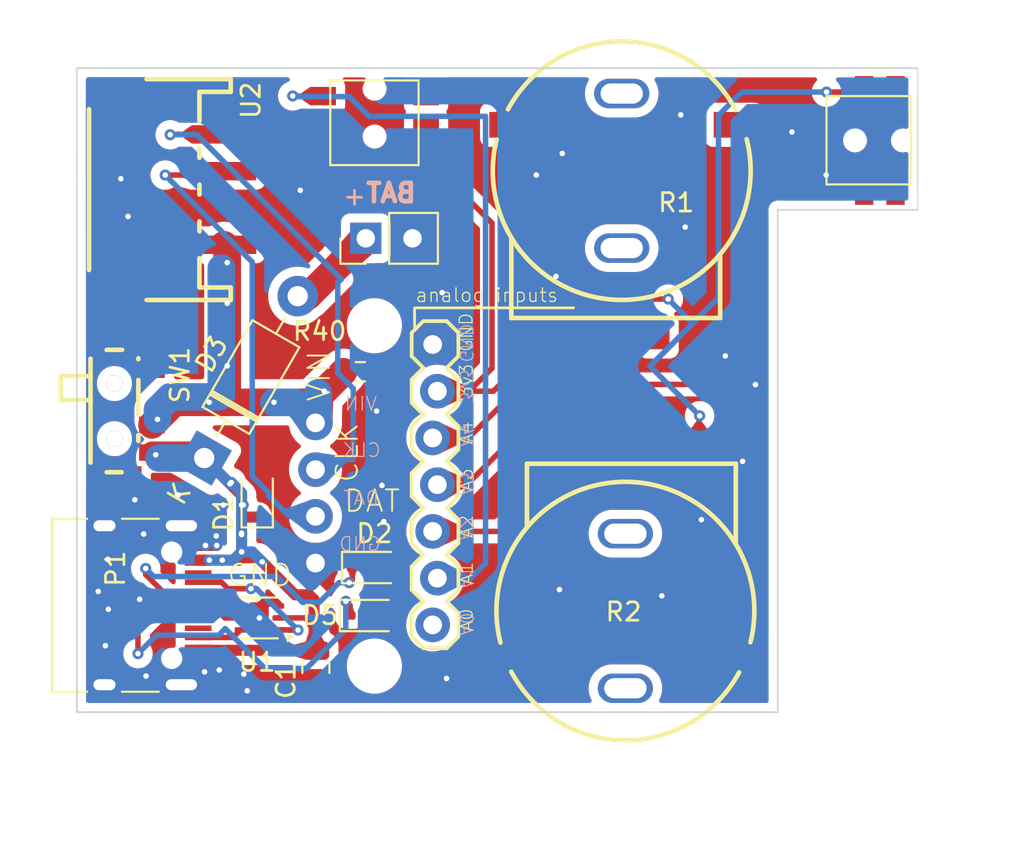
<source format=kicad_pcb>
(kicad_pcb (version 20241229) (generator "pcbnew") (generator_version "9.0")
  (layers (0 "F.Cu" signal) (2 "B.Cu" signal) (13 "F.Paste" user) (15 "B.Paste" user) (5 "F.SilkS" user "F.Silkscreen") (7 "B.SilkS" user "B.Silkscreen") (1 "F.Mask" user) (3 "B.Mask" user) (25 "Edge.Cuts" user))
  (net 0 "")
  (net 1 "GND")
  (net 2 "VIN")
  (net 3 "+3V3")
  (net 4 "AIN3")
  (net 5 "AIN2")
  (net 6 "AIN1")
  (net 7 "AIN4")
  (net 8 "AIN0")
  (net 9 "D+")
  (net 10 "D-")
  (net 11 "VBUS")
  (net 12 "CC1")
  (net 13 "CC2")
  (net 14 "MOSI_OUT")
  (net 15 "SCK_OUT")
  (net 28 "Net-(D3-A)")
  (footprint "Resistor_SMD:R_0603_1608Metric_Pad0.98x0.95mm_HandSolder" (layer "F.Cu") (at 175.4125 91.5 180)
    (property "Reference" "R40" (at 2.2125 2.2 0) (layer "F.SilkS"))
    (property "Value" "10k")
    (pad "1" smd roundrect (at -0.9125 0 180) (size 0.975 0.95) (layers "F.Cu" "F.Mask" "F.Paste") (net 1 "GND"))
    (pad "2" smd roundrect (at 0.9125 0 180) (size 0.975 0.95) (layers "F.Cu" "F.Mask" "F.Paste") (net 2 "VIN"))
  )
  (footprint "Capacitor_SMD:C_0805_2012Metric" (layer "F.Cu") (at 173 107.61 -90)
    (property "Reference" "C1" (at 0.7 1.63 90) (layer "F.SilkS"))
    (property "Value" "1u")
    (pad "1" smd roundrect (at -0.95 0 270) (size 1 1.45) (layers "F.Cu" "F.Mask" "F.Paste") (net 11 "VBUS"))
    (pad "2" smd roundrect (at 0.95 0 270) (size 1 1.45) (layers "F.Cu" "F.Mask" "F.Paste") (net 1 "GND"))
  )
  (footprint "" (layer "F.Cu") (at 176.17795 89)
    (property "Reference" "@HOLE0" (hide yes))
    (property "Value" "")
    (pad "" np_thru_hole circle (at 0 0) (size 2.5 2.5) (drill 2.5) (layers "*.Cu" "*.Mask"))
  )
  (footprint "easyeda2kicad:RES-SMD_RK10J11R0A0H" (layer "F.Cu") (at 189.62 82.98)
    (property "Reference" "R1" (at 2.96 -0.67 0) (layer "F.SilkS"))
    (property "Value" "RK10J11R0A0H")
    (pad "1" smd rect (at -4 6.6 90) (size 1.4 1.2) (layers "F.Cu" "F.Mask" "F.Paste") (net 3 "+3V3"))
    (pad "2" smd rect (at -2 6.6 90) (size 1.4 1.2) (layers "F.Cu" "F.Mask" "F.Paste") (net 7 "AIN4"))
    (pad "3" smd rect (at 4 6.6 90) (size 1.4 1.2) (layers "F.Cu" "F.Mask" "F.Paste") (net 1 "GND"))
    (pad "4" smd rect (at 0 6.6 90) (size 1.4 1.2) (layers "F.Cu" "F.Mask" "F.Paste"))
    (pad "5" smd rect (at 2 6.6 90) (size 1.4 1.2) (layers "F.Cu" "F.Mask" "F.Paste"))
    (pad "6" smd rect (at -6.1 -4.9 270) (size 1.4 2.2) (layers "F.Cu" "F.Mask" "F.Paste"))
    (pad "6" smd rect (at 6.1 -4.9 270) (size 1.4 2.2) (layers "F.Cu" "F.Mask" "F.Paste"))
    (pad "7" thru_hole oval (at 0 -6.6 270) (size 1.6 3) (drill oval 1.100023 2.300021) (layers "*.Cu" "*.Mask"))
    (pad "7" thru_hole oval (at 0 1.8 270) (size 1.6 3) (drill oval 1.100023 2.300021) (layers "*.Cu" "*.Mask"))
  )
  (footprint "switchLibrary:K2-1114SA-A4SW-06" (layer "F.Cu") (at 203.6 78.93 90)
    (property "Reference" "SW4" (hide yes))
    (property "Value" "SW_Push")
    (pad "" smd rect (at -2.800001 -0.8 90) (size 1.4 1) (layers "F.Cu" "F.Mask" "F.Paste"))
    (pad "" smd rect (at -2.8 0.899999 90) (size 1.4 1) (layers "F.Cu" "F.Mask" "F.Paste"))
    (pad "" np_thru_hole circle (at 0 -1.3 90) (size 0.8 0.8) (drill 0.8) (layers "*.Cu" "*.Mask"))
    (pad "" np_thru_hole circle (at 0 1.3 90) (size 0.8 0.8) (drill 0.8) (layers "*.Cu" "*.Mask"))
    (pad "1" smd rect (at 2.8 -0.800001 90) (size 1.4 1) (layers "F.Cu" "F.Mask" "F.Paste") (net 3 "+3V3"))
    (pad "2" smd rect (at 2.8 0.9 90) (size 1.4 1) (layers "F.Cu" "F.Mask" "F.Paste") (net 4 "AIN3"))
  )
  (footprint "switchLibrary:K2-1114SA-A4SW-06" (layer "F.Cu") (at 176.189999 77.42 180)
    (property "Reference" "SW3" (hide yes))
    (property "Value" "SW_Push")
    (pad "" smd rect (at -2.800001 -0.8 180) (size 1.4 1) (layers "F.Cu" "F.Mask" "F.Paste"))
    (pad "" smd rect (at -2.8 0.899999 180) (size 1.4 1) (layers "F.Cu" "F.Mask" "F.Paste"))
    (pad "" np_thru_hole circle (at 0 -1.3 180) (size 0.8 0.8) (drill 0.8) (layers "*.Cu" "*.Mask"))
    (pad "" np_thru_hole circle (at 0 1.3 180) (size 0.8 0.8) (drill 0.8) (layers "*.Cu" "*.Mask"))
    (pad "1" smd rect (at 2.8 -0.800001 180) (size 1.4 1) (layers "F.Cu" "F.Mask" "F.Paste") (net 3 "+3V3"))
    (pad "2" smd rect (at 2.8 0.9 180) (size 1.4 1) (layers "F.Cu" "F.Mask" "F.Paste") (net 6 "AIN1"))
  )
  (footprint "" (layer "F.Cu") (at 176.17795 107.5)
    (property "Reference" "@HOLE1" (hide yes))
    (property "Value" "")
    (pad "" np_thru_hole circle (at 0 0) (size 2.5 2.5) (drill 2.5) (layers "*.Cu" "*.Mask"))
  )
  (footprint "1X04_NO_SILK_513" (layer "F.Cu") (at 172.97795 101.9 90)
    (property "Reference" "J4" (hide yes))
    (property "Value" "Conn_01x04_Pin")
    (pad "1" thru_hole circle (at 0 0 180) (size 1.8796 1.8796) (drill 1.016) (layers "*.Cu" "*.Mask") (net 1 "GND"))
    (pad "2" thru_hole circle (at 2.54 0 180) (size 1.8796 1.8796) (drill 1.016) (layers "*.Cu" "*.Mask") (net 14 "MOSI_OUT"))
    (pad "3" thru_hole circle (at 5.08 0 180) (size 1.8796 1.8796) (drill 1.016) (layers "*.Cu" "*.Mask") (net 15 "SCK_OUT"))
    (pad "4" thru_hole circle (at 7.62 0 180) (size 1.8796 1.8796) (drill 1.016) (layers "*.Cu" "*.Mask") (net 2 "VIN"))
  )
  (footprint "Connector_PinHeader_2.54mm:PinHeader_1x02_P2.54mm_Vertical" (layer "F.Cu") (at 175.71 84.25 90)
    (property "Reference" "J2" (hide yes))
    (property "Value" "Conn_01x02")
    (pad "1" thru_hole rect (at 0 0 90) (size 1.7 1.7) (drill 1) (layers "*.Cu" "*.Mask") (net 28 "Net-(D3-A)"))
    (pad "2" thru_hole circle (at 0 2.54 90) (size 1.7 1.7) (drill 1) (layers "*.Cu" "*.Mask") (net 1 "GND"))
  )
  (footprint "Diode_SMD:D_SOD-323" (layer "F.Cu") (at 175.91 104.75)
    (property "Reference" "D5" (at -2.69 -0.01 0) (layer "F.SilkS"))
    (property "Value" "SD05_SOD323")
    (pad "1" smd roundrect (at -1.05 0) (size 0.6 0.45) (layers "F.Cu" "F.Mask" "F.Paste") (net 10 "D-"))
    (pad "2" smd roundrect (at 1.05 0) (size 0.6 0.45) (layers "F.Cu" "F.Mask" "F.Paste") (net 1 "GND"))
  )
  (footprint "Connector_USB:USB_C_Receptacle_HRO_TYPE-C-31-M-12" (layer "F.Cu") (at 162.56 104.19 -90)
    (property "Reference" "P1" (at -1.99 0.45 90) (layer "F.SilkS"))
    (property "Value" "USB_C_Plug_USB2.0")
    (pad "" np_thru_hole circle (at -2.89 -2.6 270) (size 0.65 0.65) (drill 0.65) (layers "*.Cu" "*.Mask"))
    (pad "" np_thru_hole circle (at 2.89 -2.6 270) (size 0.65 0.65) (drill 0.65) (layers "*.Cu" "*.Mask"))
    (pad "A1" smd rect (at -3.25 -4.045 270) (size 0.6 1.45) (layers "F.Cu" "F.Mask" "F.Paste") (net 1 "GND"))
    (pad "A4" smd rect (at -2.45 -4.045 270) (size 0.6 1.45) (layers "F.Cu" "F.Mask" "F.Paste") (net 11 "VBUS"))
    (pad "A5" smd rect (at -1.25 -4.045 270) (size 0.3 1.45) (layers "F.Cu" "F.Mask" "F.Paste") (net 12 "CC1"))
    (pad "A6" smd rect (at -0.25 -4.045 270) (size 0.3 1.45) (layers "F.Cu" "F.Mask" "F.Paste") (net 9 "D+"))
    (pad "A7" smd rect (at 0.25 -4.045 270) (size 0.3 1.45) (layers "F.Cu" "F.Mask" "F.Paste") (net 10 "D-"))
    (pad "A8" smd rect (at 1.25 -4.045 270) (size 0.3 1.45) (layers "F.Cu" "F.Mask" "F.Paste"))
    (pad "A9" smd rect (at 2.45 -4.045 270) (size 0.6 1.45) (layers "F.Cu" "F.Mask" "F.Paste") (net 11 "VBUS"))
    (pad "A12" smd rect (at 3.25 -4.045 270) (size 0.6 1.45) (layers "F.Cu" "F.Mask" "F.Paste") (net 1 "GND"))
    (pad "B1" smd rect (at 3.25 -4.045 270) (size 0.6 1.45) (layers "F.Cu" "F.Mask" "F.Paste") (net 1 "GND"))
    (pad "B4" smd rect (at 2.45 -4.045 270) (size 0.6 1.45) (layers "F.Cu" "F.Mask" "F.Paste") (net 11 "VBUS"))
    (pad "B5" smd rect (at 1.75 -4.045 270) (size 0.3 1.45) (layers "F.Cu" "F.Mask" "F.Paste") (net 13 "CC2"))
    (pad "B6" smd rect (at 0.75 -4.045 270) (size 0.3 1.45) (layers "F.Cu" "F.Mask" "F.Paste"))
    (pad "B7" smd rect (at -0.75 -4.045 270) (size 0.3 1.45) (layers "F.Cu" "F.Mask" "F.Paste"))
    (pad "B8" smd rect (at -1.75 -4.045 270) (size 0.3 1.45) (layers "F.Cu" "F.Mask" "F.Paste"))
    (pad "B9" smd rect (at -2.45 -4.045 270) (size 0.6 1.45) (layers "F.Cu" "F.Mask" "F.Paste") (net 11 "VBUS"))
    (pad "B12" smd rect (at -3.25 -4.045 270) (size 0.6 1.45) (layers "F.Cu" "F.Mask" "F.Paste") (net 1 "GND"))
    (pad "S1" thru_hole oval (at -4.32 -3.13 270) (size 1 2.1) (drill oval 0.6 1.7) (property pad_prop_heatsink) (layers "*.Cu" "*.Mask") (net 1 "GND"))
    (pad "S1" thru_hole oval (at -4.32 1.05 270) (size 1 1.6) (drill oval 0.6 1.2) (property pad_prop_heatsink) (layers "*.Cu" "*.Mask") (net 1 "GND"))
    (pad "S1" thru_hole oval (at 4.32 -3.13 270) (size 1 2.1) (drill oval 0.6 1.7) (property pad_prop_heatsink) (layers "*.Cu" "*.Mask") (net 1 "GND"))
    (pad "S1" thru_hole oval (at 4.32 1.05 270) (size 1 1.6) (drill oval 0.6 1.2) (property pad_prop_heatsink) (layers "*.Cu" "*.Mask") (net 1 "GND"))
  )
  (footprint "easyeda2kicad:SW-SMD_MK-12C03-G015" (layer "F.Cu") (at 162.53 93.64 -90)
    (property "Reference" "SW1" (at -1.96 -3.08 90) (layer "F.SilkS"))
    (property "Value" "MK-12C03-G015")
    (pad "" thru_hole circle (at -1.5 0.48 270) (size 0.9 0.9) (drill 0.9) (layers "*.Cu" "*.Mask"))
    (pad "" thru_hole circle (at 1.5 0.48 270) (size 0.9 0.9) (drill 0.9) (layers "*.Cu" "*.Mask"))
    (pad "1" smd rect (at -2.25 -1.56 270) (size 0.9 1.4) (layers "F.Cu" "F.Mask" "F.Paste"))
    (pad "2" smd rect (at 0.75 -1.56 270) (size 0.9 1.4) (layers "F.Cu" "F.Mask" "F.Paste") (net 2 "VIN"))
    (pad "3" smd rect (at 2.25 -1.56 270) (size 0.9 1.4) (layers "F.Cu" "F.Mask" "F.Paste") (net 11 "VBUS"))
    (pad "4" smd rect (at -3.38 -0.59 270) (size 0.75 0.85) (layers "F.Cu" "F.Mask" "F.Paste"))
    (pad "5" smd rect (at -3.38 1.56 270) (size 0.75 0.85) (layers "F.Cu" "F.Mask" "F.Paste"))
    (pad "6" smd rect (at 3.37 -0.57 270) (size 0.75 0.85) (layers "F.Cu" "F.Mask" "F.Paste"))
    (pad "7" smd rect (at 3.38 1.56 270) (size 0.75 0.85) (layers "F.Cu" "F.Mask" "F.Paste"))
  )
  (footprint "Diode_THT:D_DO-41_SOD81_P10.16mm_Horizontal" (layer "F.Cu") (at 166.93 96.19 60)
    (property "Reference" "D3" (at 5.08 -2.47 60) (layer "F.SilkS"))
    (property "Value" "1N4007")
    (fp_text user "K" (at -2.36875 -0.202795 60) (layer "F.SilkS"))
    (pad "1" thru_hole rect (at 0 0 60) (size 2.2 2.2) (drill 1.1) (layers "*.Cu" "*.Mask") (net 11 "VBUS"))
    (pad "2" thru_hole oval (at 10.16 0 60) (size 2.2 2.2) (drill 1.1) (layers "*.Cu" "*.Mask") (net 28 "Net-(D3-A)"))
  )
  (footprint "easyeda2kicad:CONN-SMD_4P-P2.00_C2001RS10411M0101RC" (layer "F.Cu") (at 165.14 81.6 -90)
    (property "Reference" "U2" (at -4.85 -4.33 90) (layer "F.SilkS"))
    (property "Value" "ZX-PH2.0-WT4P")
    (pad "1" smd rect (at -3 -2.87 270) (size 1 3.5) (layers "F.Cu" "F.Mask" "F.Paste") (net 15 "SCK_OUT"))
    (pad "2" smd rect (at -1 -2.87 270) (size 1 3.5) (layers "F.Cu" "F.Mask" "F.Paste") (net 14 "MOSI_OUT"))
    (pad "3" smd rect (at 1 -2.87 270) (size 1 3.5) (layers "F.Cu" "F.Mask" "F.Paste") (net 1 "GND"))
    (pad "4" smd rect (at 3 -2.87 270) (size 1 3.5) (layers "F.Cu" "F.Mask" "F.Paste") (net 2 "VIN"))
    (pad "5" smd rect (at -5.35 2.87 270) (size 1.5 3.4) (layers "F.Cu" "F.Mask" "F.Paste") (net 1 "GND"))
    (pad "6" smd rect (at 5.35 2.87 270) (size 1.5 3.4) (layers "F.Cu" "F.Mask" "F.Paste") (net 1 "GND"))
  )
  (footprint "easyeda2kicad:RES-SMD_RK10J11R0A0H" (layer "F.Cu") (at 189.82 102.1 180)
    (property "Reference" "R2" (at 0.1 -2.45 0) (layer "F.SilkS"))
    (property "Value" "RK10J11R0A0H")
    (pad "1" smd rect (at -4 6.6 270) (size 1.4 1.2) (layers "F.Cu" "F.Mask" "F.Paste") (net 3 "+3V3"))
    (pad "2" smd rect (at -2 6.6 270) (size 1.4 1.2) (layers "F.Cu" "F.Mask" "F.Paste") (net 5 "AIN2"))
    (pad "3" smd rect (at 4 6.6 270) (size 1.4 1.2) (layers "F.Cu" "F.Mask" "F.Paste") (net 1 "GND"))
    (pad "4" smd rect (at 0 6.6 270) (size 1.4 1.2) (layers "F.Cu" "F.Mask" "F.Paste"))
    (pad "5" smd rect (at 2 6.6 270) (size 1.4 1.2) (layers "F.Cu" "F.Mask" "F.Paste"))
    (pad "6" smd rect (at -6.1 -4.9 90) (size 1.4 2.2) (layers "F.Cu" "F.Mask" "F.Paste"))
    (pad "6" smd rect (at 6.1 -4.9 90) (size 1.4 2.2) (layers "F.Cu" "F.Mask" "F.Paste"))
    (pad "7" thru_hole oval (at 0 -6.6 90) (size 1.6 3) (drill oval 1.100023 2.300021) (layers "*.Cu" "*.Mask"))
    (pad "7" thru_hole oval (at 0 1.8 90) (size 1.6 3) (drill oval 1.100023 2.300021) (layers "*.Cu" "*.Mask"))
  )
  (footprint "Package_DFN_QFN:DFN-6-1EP_2x2mm_P0.65mm_EP1.01x1.7mm" (layer "F.Cu") (at 169.9325 104.88 180)
    (property "Reference" "U1" (at 0.1325 -2.4 0) (layer "F.SilkS"))
    (property "Value" "HUSB237")
    (pad "1" smd roundrect (at -1.0275 -0.65 180) (size 0.645 0.3) (layers "F.Cu" "F.Mask" "F.Paste") (net 12 "CC1"))
    (pad "2" smd roundrect (at -1.0275 0 180) (size 0.645 0.3) (layers "F.Cu" "F.Mask" "F.Paste") (net 11 "VBUS"))
    (pad "3" smd roundrect (at -1.0275 0.65 180) (size 0.645 0.3) (layers "F.Cu" "F.Mask" "F.Paste") (net 1 "GND"))
    (pad "4" smd roundrect (at 1.0275 0.65 180) (size 0.645 0.3) (layers "F.Cu" "F.Mask" "F.Paste") (net 9 "D+"))
    (pad "5" smd roundrect (at 1.0275 0 180) (size 0.645 0.3) (layers "F.Cu" "F.Mask" "F.Paste") (net 10 "D-"))
    (pad "6" smd roundrect (at 1.0275 -0.65 180) (size 0.645 0.3) (layers "F.Cu" "F.Mask" "F.Paste") (net 13 "CC2"))
    (pad "7" smd rect (at 0 0 180) (size 1.01 1.7) (property pad_prop_heatsink) (layers "F.Cu" "F.Mask") (net 1 "GND"))
  )
  (footprint "Diode_SMD:D_SOD-323" (layer "F.Cu") (at 169.81 98.35 90)
    (property "Reference" "D1" (at -0.86 -1.83 90) (layer "F.SilkS"))
    (property "Value" "SD05_SOD323")
    (pad "1" smd roundrect (at -1.05 0 90) (size 0.6 0.45) (layers "F.Cu" "F.Mask" "F.Paste") (net 11 "VBUS"))
    (pad "2" smd roundrect (at 1.05 0 90) (size 0.6 0.45) (layers "F.Cu" "F.Mask" "F.Paste") (net 1 "GND"))
  )
  (footprint "Diode_SMD:D_SOD-323" (layer "F.Cu") (at 176.03 102.14)
    (property "Reference" "D2" (at 0.15 -1.85 0) (layer "F.SilkS"))
    (property "Value" "SD05_SOD323")
    (pad "1" smd roundrect (at -1.05 0) (size 0.6 0.45) (layers "F.Cu" "F.Mask" "F.Paste") (net 9 "D+"))
    (pad "2" smd roundrect (at 1.05 0) (size 0.6 0.45) (layers "F.Cu" "F.Mask" "F.Paste") (net 1 "GND"))
  )
  (footprint "1X07_LOCK_513" (layer "F.Cu") (at 179.47395 105.258 90)
    (property "Reference" "J3" (hide yes))
    (property "Value" "Conn_01x07_Pin")
    (pad "1" thru_hole circle (at 0 -0.127 180) (size 1.8796 1.8796) (drill 1.016) (layers "*.Cu" "*.Mask") (net 8 "AIN0"))
    (pad "2" thru_hole circle (at 2.54 0.127 180) (size 1.8796 1.8796) (drill 1.016) (layers "*.Cu" "*.Mask") (net 6 "AIN1"))
    (pad "3" thru_hole circle (at 5.08 -0.127 180) (size 1.8796 1.8796) (drill 1.016) (layers "*.Cu" "*.Mask") (net 5 "AIN2"))
    (pad "4" thru_hole circle (at 7.62 0.127 180) (size 1.8796 1.8796) (drill 1.016) (layers "*.Cu" "*.Mask") (net 4 "AIN3"))
    (pad "5" thru_hole circle (at 10.16 -0.127 180) (size 1.8796 1.8796) (drill 1.016) (layers "*.Cu" "*.Mask") (net 7 "AIN4"))
    (pad "6" thru_hole circle (at 12.7 0.127 180) (size 1.8796 1.8796) (drill 1.016) (layers "*.Cu" "*.Mask") (net 3 "+3V3"))
    (pad "7" thru_hole circle (at 15.24 -0.127 180) (size 1.8796 1.8796) (drill 1.016) (layers "*.Cu" "*.Mask") (net 1 "GND"))
  )
  (gr_line (start 178.48895 88.029) (end 186.99795 88.029) (stroke (width 0.1524)) (layer "F.SilkS"))
  (gr_line (start 178.36195 89.045) (end 178.36195 88.029) (stroke (width 0.1524)) (layer "F.SilkS"))
  (gr_line (start 198.1 82.7) (end 198.1 110) (stroke (width 0.1)) (layer "Edge.Cuts"))
  (gr_line (start 160 75) (end 160.01 110) (stroke (width 0.1)) (layer "Edge.Cuts"))
  (gr_line (start 205.7 82.7) (end 198.1 82.7) (stroke (width 0.1)) (layer "Edge.Cuts"))
  (gr_line (start 160.01 110) (end 198.1 110) (stroke (width 0.1)) (layer "Edge.Cuts"))
  (gr_line (start 205.7 82.7) (end 205.7 75) (stroke (width 0.1)) (layer "Edge.Cuts"))
  (gr_line (start 205.7 75) (end 160 75) (stroke (width 0.1)) (layer "Edge.Cuts"))
  (gr_text "A4" (at 181.58475 95.5094 90) (layer "F.SilkS") (effects (font (size 0.70104 0.70104) (thickness 0.06096)) (justify left bottom)))
  (gr_text "GND" (at 181.57475 90.4694 90) (layer "F.SilkS") (effects (font (size 0.70104 0.70104) (thickness 0.06096)) (justify left bottom)))
  (gr_text "GND" (at 168.11 103.25 0) (layer "F.SilkS") (effects (font (size 1.1684 1.1684) (thickness 0.1016)) (justify left bottom)))
  (gr_text "CLK" (at 175.37795 97.6 90) (layer "F.SilkS") (effects (font (size 1.1684 1.1684) (thickness 0.1016)) (justify left bottom)))
  (gr_text "3v3" (at 181.58475 92.9694 90) (layer "F.SilkS") (effects (font (size 0.70104 0.70104) (thickness 0.06096)) (justify left bottom)))
  (gr_text "A3" (at 181.58475 98.0494 90) (layer "F.SilkS") (effects (font (size 0.70104 0.70104) (thickness 0.06096)) (justify left bottom)))
  (gr_text "VIN" (at 173.86 93.19 90) (layer "F.SilkS") (effects (font (size 1.1684 1.1684) (thickness 0.1016)) (justify left bottom)))
  (gr_text "A1" (at 181.58475 103.1294 90) (layer "F.SilkS") (effects (font (size 0.70104 0.70104) (thickness 0.06096)) (justify left bottom)))
  (gr_text "A0" (at 181.58475 105.6694 90) (layer "F.SilkS") (effects (font (size 0.70104 0.70104) (thickness 0.06096)) (justify left bottom)))
  (gr_text "analog inputs" (at 178.36195 87.775 0) (layer "F.SilkS") (effects (font (size 0.747776 0.747776) (thickness 0.065024)) (justify left bottom)))
  (gr_text "A2" (at 181.58475 100.5894 90) (layer "F.SilkS") (effects (font (size 0.70104 0.70104) (thickness 0.06096)) (justify left bottom)))
  (gr_text "DAT" (at 174.46 99.21 0) (layer "F.SilkS") (effects (font (size 1.1684 1.1684) (thickness 0.1016)) (justify left bottom)))
  (gr_text "A3" (at 181.58475 98.26062 -90) (layer "B.SilkS") (effects (font (size 0.70104 0.70104) (thickness 0.06096)) (justify left top mirror)))
  (gr_text "VIN" (at 176.37795 93.68 0) (layer "B.SilkS") (effects (font (size 0.747776 0.747776) (thickness 0.065024)) (justify left bottom mirror)))
  (gr_text "A1" (at 181.58475 103.34062 -90) (layer "B.SilkS") (effects (font (size 0.70104 0.70104) (thickness 0.06096)) (justify left top mirror)))
  (gr_text "CLK" (at 176.57795 96.2 0) (layer "B.SilkS") (effects (font (size 0.747776 0.747776) (thickness 0.065024)) (justify left bottom mirror)))
  (gr_text "BAT" (at 178.56 82.37 0) (layer "B.SilkS") (effects (font (size 1 1) (thickness 0.25) (bold yes)) (justify left bottom mirror)))
  (gr_text "A0" (at 181.58475 105.88062 -90) (layer "B.SilkS") (effects (font (size 0.70104 0.70104) (thickness 0.06096)) (justify left top mirror)))
  (gr_text "3v3" (at 181.58475 93.281512 -90) (layer "B.SilkS") (effects (font (size 0.70104 0.70104) (thickness 0.06096)) (justify left top mirror)))
  (gr_text "GND" (at 181.57475 91.048575 -90) (layer "B.SilkS") (effects (font (size 0.70104 0.70104) (thickness 0.06096)) (justify left top mirror)))
  (gr_text "GND" (at 176.57795 101.3 0) (layer "B.SilkS") (effects (font (size 0.747776 0.747776) (thickness 0.065024)) (justify left bottom mirror)))
  (gr_text "A4" (at 181.58475 95.62062 -90) (layer "B.SilkS") (effects (font (size 0.70104 0.70104) (thickness 0.06096)) (justify left top mirror)))
  (gr_text "+" (at 174.38 82.53 0) (layer "B.SilkS") (effects (font (size 1 1)) (justify left bottom)))
  (gr_text "A2" (at 181.58475 100.70062 -90) (layer "B.SilkS") (effects (font (size 0.70104 0.70104) (thickness 0.06096)) (justify left top mirror)))
  (gr_text "DAT" (at 176.47795 98.8 0) (layer "B.SilkS") (effects (font (size 0.747776 0.747776) (thickness 0.065024)) (justify left bottom mirror)))
  (segment (start 167.47 100.31) (end 167.585 100.425) (width 0.6) (layer "F.Cu") (net 1))
  (segment (start 166.605 107.44) (end 167.48 107.44) (width 0.6) (layer "F.Cu") (net 1))
  (segment (start 166.95 107.81) (end 167.65 107.81) (width 0.6) (layer "F.Cu") (net 1))
  (segment (start 167 100.94) (end 166.605 100.94) (width 0.6) (layer "F.Cu") (net 1))
  (segment (start 166.81 107.81) (end 166.95 107.81) (width 0.6) (layer "F.Cu") (net 1))
  (segment (start 167.48 107.44) (end 167.75 107.71) (width 0.6) (layer "F.Cu") (net 1))
  (segment (start 167.61 100.45) (end 167.61 100.94) (width 0.6) (layer "F.Cu") (net 1))
  (segment (start 167.61 100.94) (end 167 100.94) (width 0.6) (layer "F.Cu") (net 1))
  (segment (start 167.65 107.81) (end 167.75 107.71) (width 0.6) (layer "F.Cu") (net 1))
  (segment (start 167.585 100.425) (end 167.61 100.45) (width 0.6) (layer "F.Cu") (net 1))
  (segment (start 166.84 100.94) (end 167.47 100.31) (width 0.6) (layer "F.Cu") (net 1))
  (via (at 167.97 98.74) (size 0.6) (drill 0.3) (layers "F.Cu" "B.Cu") (net 1))
  (via (at 163.64 100.32) (size 0.6) (drill 0.3) (layers "F.Cu" "B.Cu") (net 1))
  (via (at 186.24 103.34) (size 0.6) (drill 0.3) (layers "F.Cu" "B.Cu") (net 1))
  (via (at 161.69 101.69) (size 0.6) (drill 0.3) (layers "F.Cu" "B.Cu") (net 1))
  (via (at 169.08 107.93) (size 0.6) (drill 0.3) (layers "F.Cu" "B.Cu") (net 1))
  (via (at 169.9325 104.88) (size 0.6) (drill 0.3) (layers "F.Cu" "B.Cu") (net 1))
  (via (at 196.19 96.37) (size 0.6) (drill 0.3) (layers "F.Cu" "B.Cu") (net 1))
  (via (at 163.77 108.04) (size 0.6) (drill 0.3) (layers "F.Cu" "B.Cu") (net 1))
  (via (at 161.17 103.44) (size 0.6) (drill 0.3) (layers "F.Cu" "B.Cu") (net 1))
  (via (at 193.95 99.54) (size 0.6) (drill 0.3) (layers "F.Cu" "B.Cu") (net 1))
  (via (at 180.1 108.17) (size 0.6) (drill 0.3) (layers "F.Cu" "B.Cu") (net 1))
  (via (at 163.42 103.87) (size 0.6) (drill 0.3) (layers "F.Cu" "B.Cu") (net 1))
  (via (at 166.95 107.81) (size 0.6) (drill 0.3) (layers "F.Cu" "B.Cu") (net 1))
  (via (at 165.52 98.2) (size 0.6) (drill 0.3) (layers "F.Cu" "B.Cu") (net 1))
  (via (at 184.98 80.81) (size 0.6) (drill 0.3) (layers "F.Cu" "B.Cu") (net 1))
  (via (at 200.73 80.81) (size 0.6) (drill 0.3) (layers "F.Cu" "B.Cu") (net 1))
  (via (at 161.56 106.39) (size 0.6) (drill 0.3) (layers "F.Cu" "B.Cu") (net 1))
  (via (at 186.05 86.32) (size 0.6) (drill 0.3) (layers "F.Cu" "B.Cu") (net 1))
  (via (at 167 100.94) (size 0.6) (drill 0.3) (layers "F.Cu" "B.Cu") (net 1))
  (via (at 176.3 93.64) (size 0.6) (drill 0.3) (layers "F.Cu" "B.Cu") (net 1))
  (via (at 176.59 97.68) (size 0.6) (drill 0.3) (layers "F.Cu" "B.Cu") (net 1))
  (via (at 191.8 103.68) (size 0.6) (drill 0.3) (layers "F.Cu" "B.Cu") (net 1))
  (via (at 169.27 108.84) (size 0.6) (drill 0.3) (layers "F.Cu" "B.Cu") (net 1))
  (via (at 162.4 81.01) (size 0.6) (drill 0.3) (layers "F.Cu" "B.Cu") (net 1))
  (via (at 179.86 87.2) (size 0.6) (drill 0.3) (layers "F.Cu" "B.Cu") (net 1))
  (via (at 195.25 90.64) (size 0.6) (drill 0.3) (layers "F.Cu" "B.Cu") (net 1))
  (via (at 176.69 99.64) (size 0.6) (drill 0.3) (layers "F.Cu" "B.Cu") (net 1))
  (via (at 172.15 81.64) (size 0.6) (drill 0.3) (layers "F.Cu" "B.Cu") (net 1))
  (via (at 161.72 104.41) (size 0.6) (drill 0.3) (layers "F.Cu" "B.Cu") (net 1))
  (via (at 193.07 83.64) (size 0.6) (drill 0.3) (layers "F.Cu" "B.Cu") (net 1))
  (via (at 167.585 100.425) (size 0.6) (drill 0.3) (layers "F.Cu" "B.Cu") (net 1))
  (via (at 198.87 78.47) (size 0.6) (drill 0.3) (layers "F.Cu" "B.Cu") (net 1))
  (via (at 167.61 100.94) (size 0.6) (drill 0.3) (layers "F.Cu" "B.Cu") (net 1))
  (via (at 163.16 98.46) (size 0.6) (drill 0.3) (layers "F.Cu" "B.Cu") (net 1))
  (via (at 186.39 79.64) (size 0.6) (drill 0.3) (layers "F.Cu" "B.Cu") (net 1))
  (via (at 192.83 77.54) (size 0.6) (drill 0.3) (layers "F.Cu" "B.Cu") (net 1))
  (via (at 196.89 92.2) (size 0.6) (drill 0.3) (layers "F.Cu" "B.Cu") (net 1))
  (via (at 167.75 107.71) (size 0.6) (drill 0.3) (layers "F.Cu" "B.Cu") (net 1))
  (via (at 162.79 83.06) (size 0.6) (drill 0.3) (layers "F.Cu" "B.Cu") (net 1))
  (segment (start 164.39 94.09) (end 165.28 93.2) (width 1.5) (layer "F.Cu") (net 2))
  (segment (start 167.2 93.16) (end 168.18 93.16) (width 1.5) (layer "F.Cu") (net 2))
  (segment (start 172.84 93.16) (end 172.97795 93.02205) (width 1.5) (layer "F.Cu") (net 2))
  (segment (start 172.97795 93.02205) (end 173.45 92.55) (width 1.5) (layer "F.Cu") (net 2))
  (segment (start 168.18 84.77) (end 168.01 84.6) (width 1.5) (layer "F.Cu") (net 2))
  (segment (start 168.18 93.16) (end 168.18 91.18) (width 1.5) (layer "F.Cu") (net 2))
  (segment (start 164.09 94.39) (end 164.39 94.09) (width 1.5) (layer "F.Cu") (net 2))
  (segment (start 168.18 93.16) (end 170.72 93.16) (width 1.5) (layer "F.Cu") (net 2))
  (segment (start 168.18 91.18) (end 168.18 87.78) (width 1.5) (layer "F.Cu") (net 2))
  (segment (start 170.72 93.16) (end 172.84 93.16) (width 1.5) (layer "F.Cu") (net 2))
  (segment (start 173.45 92.55) (end 174.5 91.5) (width 1.5) (layer "F.Cu") (net 2))
  (segment (start 168.18 85.57) (end 168.18 84.77) (width 1.5) (layer "F.Cu") (net 2))
  (segment (start 168.18 87.78) (end 168.18 85.57) (width 1.5) (layer "F.Cu") (net 2))
  (segment (start 172.97795 94.28) (end 172.97795 93.02205) (width 1.5) (layer "F.Cu") (net 2))
  (segment (start 165.28 93.16) (end 167.2 93.16) (width 1.5) (layer "F.Cu") (net 2))
  (segment (start 168.01 85.56) (end 168.01 84.6) (width 1.1) (layer "F.Cu") (net 2))
  (segment (start 165.28 93.2) (end 165.28 93.16) (width 1.5) (layer "F.Cu") (net 2))
  (via (at 173.45 92.55) (size 0.6) (drill 0.3) (layers "F.Cu" "B.Cu") (net 2))
  (via (at 170.72 93.16) (size 0.6) (drill 0.3) (layers "F.Cu" "B.Cu") (net 2))
  (via (at 164.39 94.09) (size 0.6) (drill 0.3) (layers "F.Cu" "B.Cu") (net 2))
  (via (at 168.18 91.18) (size 0.6) (drill 0.3) (layers "F.Cu" "B.Cu") (net 2))
  (via (at 167.2 93.16) (size 0.6) (drill 0.3) (layers "F.Cu" "B.Cu") (net 2))
  (via (at 168.18 87.78) (size 0.6) (drill 0.3) (layers "F.Cu" "B.Cu") (net 2))
  (via (at 168.18 85.57) (size 0.6) (drill 0.3) (layers "F.Cu" "B.Cu") (net 2))
  (segment (start 173.12 94.13795) (end 173.12 92.65) (width 1.5) (layer "B.Cu") (net 2))
  (segment (start 164.39 94.09) (end 164.39 93.56) (width 1.5) (layer "B.Cu") (net 2))
  (segment (start 167.73 92.87) (end 167.77 92.83) (width 1.5) (layer "B.Cu") (net 2))
  (segment (start 171.85795 93.16) (end 172.97795 94.28) (width 1.5) (layer "B.Cu") (net 2))
  (segment (start 170.72 93.16) (end 171.85795 93.16) (width 1.5) (layer "B.Cu") (net 2))
  (segment (start 164.39 93.56) (end 165.08 92.87) (width 1.5) (layer "B.Cu") (net 2))
  (segment (start 167.77 92.83) (end 167.86 92.74) (width 1.5) (layer "B.Cu") (net 2))
  (segment (start 167.86 92.74) (end 167.86 85.87) (width 1.5) (layer "B.Cu") (net 2))
  (segment (start 165.08 92.87) (end 167.73 92.87) (width 1.5) (layer "B.Cu") (net 2))
  (segment (start 200.75 76.3) (end 200.67 76.3) (width 0.3) (layer "F.Cu") (net 3))
  (segment (start 182.57 91.31) (end 182.57 83.42) (width 0.3) (layer "F.Cu") (net 3))
  (segment (start 202.799999 76.13) (end 202.629999 76.3) (width 0.3) (layer "F.Cu") (net 3))
  (segment (start 173.14 78.47) (end 173.389999 78.220001) (width 0.3) (layer "F.Cu") (net 3))
  (segment (start 181.322 92.558) (end 182.57 91.31) (width 0.3) (layer "F.Cu") (net 3))
  (segment (start 182.642 92.558) (end 179.60095 92.558) (width 0.3) (layer "F.Cu") (net 3))
  (segment (start 187.65 87.55) (end 182.642 92.558) (width 0.3) (layer "F.Cu") (net 3))
  (segment (start 193.855 93.895) (end 193.9 93.85) (width 0.3) (layer "F.Cu") (net 3))
  (segment (start 193.82 95.5) (end 193.82 93.93) (width 0.3) (layer "F.Cu") (net 3))
  (segment (start 202.629999 76.3) (end 200.75 76.3) (width 0.3) (layer "F.Cu") (net 3))
  (segment (start 182.57 83.42) (end 179.54 80.39) (width 0.3) (layer "F.Cu") (net 3))
  (segment (start 179.54 80.39) (end 173.14 80.39) (width 0.3) (layer "F.Cu") (net 3))
  (segment (start 187.65 87.55) (end 185.62 89.58) (width 0.3) (layer "F.Cu") (net 3))
  (segment (start 173.14 80.39) (end 173.14 78.47) (width 0.3) (layer "F.Cu") (net 3))
  (segment (start 192.15 87.55) (end 187.65 87.55) (width 0.3) (layer "F.Cu") (net 3))
  (segment (start 179.60095 92.558) (end 181.322 92.558) (width 0.3) (layer "F.Cu") (net 3))
  (segment (start 193.82 93.93) (end 193.855 93.895) (width 0.3) (layer "F.Cu") (net 3))
  (via (at 193.855 93.895) (size 0.6) (drill 0.3) (layers "F.Cu" "B.Cu") (net 3))
  (via (at 192.15 87.55) (size 0.6) (drill 0.3) (layers "F.Cu" "B.Cu") (net 3))
  (via (at 200.75 76.3) (size 0.6) (drill 0.3) (layers "F.Cu" "B.Cu") (net 3))
  (segment (start 192.15 87.55) (end 193.48 88.88) (width 0.3) (layer "B.Cu") (net 3))
  (segment (start 193.48 88.88) (end 191.16 91.2) (width 0.3) (layer "B.Cu") (net 3))
  (segment (start 194.88 87.48) (end 191.16 91.2) (width 0.3) (layer "B.Cu") (net 3))
  (segment (start 194.88 77.57) (end 194.88 87.48) (width 0.3) (layer "B.Cu") (net 3))
  (segment (start 191.16 91.2) (end 193.855 93.895) (width 0.3) (layer "B.Cu") (net 3))
  (segment (start 200.75 76.3) (end 196.15 76.3) (width 0.3) (layer "B.Cu") (net 3))
  (segment (start 196.15 76.3) (end 194.88 77.57) (width 0.3) (layer "B.Cu") (net 3))
  (segment (start 179.60095 97.638) (end 181.202 97.638) (width 0.3) (layer "F.Cu") (net 4))
  (segment (start 186.65 92.19) (end 195.59 92.19) (width 0.3) (layer "F.Cu") (net 4))
  (segment (start 181.202 97.638) (end 186.65 92.19) (width 0.3) (layer "F.Cu") (net 4))
  (segment (start 203.55 77.76) (end 204.5 76.81) (width 0.3) (layer "F.Cu") (net 4))
  (segment (start 196.56 82.96) (end 200.5 79.02) (width 0.3) (layer "F.Cu") (net 4))
  (segment (start 200.5 77.76) (end 203.55 77.76) (width 0.3) (layer "F.Cu") (net 4))
  (segment (start 195.59 92.19) (end 196.56 91.22) (width 0.3) (layer "F.Cu") (net 4))
  (segment (start 196.56 91.22) (end 196.56 82.96) (width 0.3) (layer "F.Cu") (net 4))
  (segment (start 204.5 76.81) (end 204.5 76.13) (width 0.3) (layer "F.Cu") (net 4))
  (segment (start 200.5 79.02) (end 200.5 77.76) (width 0.3) (layer "F.Cu") (net 4))
  (segment (start 185.26 97.93) (end 190.94 97.93) (width 0.3) (layer "F.Cu") (net 5))
  (segment (start 179.34695 100.178) (end 183.012 100.178) (width 0.3) (layer "F.Cu") (net 5))
  (segment (start 191.98 95.66) (end 191.82 95.5) (width 0.3) (layer "F.Cu") (net 5))
  (segment (start 191.98 96.89) (end 191.98 95.66) (width 0.3) (layer "F.Cu") (net 5))
  (segment (start 190.94 97.93) (end 191.98 96.89) (width 0.3) (layer "F.Cu") (net 5))
  (segment (start 183.012 100.178) (end 185.26 97.93) (width 0.3) (layer "F.Cu") (net 5))
  (segment (start 171.75 76.52) (end 171.74 76.51) (width 0.3) (layer "F.Cu") (net 6))
  (segment (start 173.389999 76.52) (end 171.75 76.52) (width 0.3) (layer "F.Cu") (net 6))
  (via (at 171.74 76.51) (size 0.6) (drill 0.3) (layers "F.Cu" "B.Cu") (net 6))
  (segment (start 171.74 76.51) (end 171.73 76.5) (width 0.3) (layer "B.Cu") (net 6))
  (segment (start 171.78 76.55) (end 171.74 76.51) (width 0.3) (layer "B.Cu") (net 6))
  (segment (start 182.22 77.62) (end 175.88 77.62) (width 0.3) (layer "B.Cu") (net 6))
  (segment (start 179.60095 102.718) (end 181.412 102.718) (width 0.3) (layer "B.Cu") (net 6))
  (segment (start 175.88 77.62) (end 174.81 76.55) (width 0.3) (layer "B.Cu") (net 6))
  (segment (start 181.412 102.718) (end 181.98 102.15) (width 0.3) (layer "B.Cu") (net 6))
  (segment (start 182.22 101.91) (end 182.22 77.62) (width 0.3) (layer "B.Cu") (net 6))
  (segment (start 174.81 76.55) (end 171.78 76.55) (width 0.3) (layer "B.Cu") (net 6))
  (segment (start 181.98 102.15) (end 182.22 101.91) (width 0.3) (layer "B.Cu") (net 6))
  (segment (start 187.62 90.85) (end 187.64 90.87) (width 0.3) (layer "F.Cu") (net 7))
  (segment (start 185.13 91.26) (end 181.292 95.098) (width 0.3) (layer "F.Cu") (net 7))
  (segment (start 187.25 91.26) (end 185.13 91.26) (width 0.3) (layer "F.Cu") (net 7))
  (segment (start 187.64 90.87) (end 187.25 91.26) (width 0.3) (layer "F.Cu") (net 7))
  (segment (start 181.292 95.098) (end 179.34695 95.098) (width 0.3) (layer "F.Cu") (net 7))
  (segment (start 187.62 89.58) (end 187.62 90.85) (width 0.3) (layer "F.Cu") (net 7))
  (segment (start 174.98 102.79) (end 174.805 102.965) (width 0.3) (layer "F.Cu") (net 9))
  (segment (start 163.75 102.52) (end 165.17 103.94) (width 0.3) (layer "F.Cu") (net 9))
  (segment (start 165.17 103.94) (end 166.605 103.94) (width 0.3) (layer "F.Cu") (net 9))
  (segment (start 163.75 102.19) (end 163.75 102.52) (width 0.3) (layer "F.Cu") (net 9))
  (segment (start 166.605 103.94) (end 168.29 103.94) (width 0.3) (layer "F.Cu") (net 9))
  (segment (start 168.29 103.94) (end 168.615 103.94) (width 0.3) (layer "F.Cu") (net 9))
  (segment (start 174.805 102.965) (end 174.76 103.01) (width 0.3) (layer "F.Cu") (net 9))
  (segment (start 174.98 102.14) (end 174.98 102.79) (width 0.3) (layer "F.Cu") (net 9))
  (segment (start 168.615 103.94) (end 168.905 104.23) (width 0.3) (layer "F.Cu") (net 9))
  (via (at 163.75 102.19) (size 0.6) (drill 0.3) (layers "F.Cu" "B.Cu") (net 9))
  (via (at 174.805 102.965) (size 0.6) (drill 0.3) (layers "F.Cu" "B.Cu") (net 9))
  (segment (start 164.19 102.63) (end 170.87 102.63) (width 0.3) (layer "B.Cu") (net 9))
  (segment (start 173.19 104.03) (end 174.255 102.965) (width 0.3) (layer "B.Cu") (net 9))
  (segment (start 163.75 102.19) (end 164.19 102.63) (width 0.3) (layer "B.Cu") (net 9))
  (segment (start 174.255 102.965) (end 174.805 102.965) (width 0.3) (layer "B.Cu") (net 9))
  (segment (start 172.27 104.03) (end 173.19 104.03) (width 0.3) (layer "B.Cu") (net 9))
  (segment (start 170.87 102.63) (end 172.27 104.03) (width 0.3) (layer "B.Cu") (net 9))
  (segment (start 174.86 104.75) (end 174.86 104.21) (width 0.3) (layer "F.Cu") (net 10))
  (segment (start 168.06 104.88) (end 168.905 104.88) (width 0.3) (layer "F.Cu") (net 10))
  (segment (start 164.4 104.44) (end 166.605 104.44) (width 0.3) (layer "F.Cu") (net 10))
  (segment (start 166.605 104.44) (end 167.62 104.44) (width 0.3) (layer "F.Cu") (net 10))
  (segment (start 167.62 104.44) (end 168.06 104.88) (width 0.3) (layer "F.Cu") (net 10))
  (segment (start 174.625 103.975) (end 174.57 103.92) (width 0.3) (layer "F.Cu") (net 10))
  (segment (start 174.86 104.21) (end 174.625 103.975) (width 0.3) (layer "F.Cu") (net 10))
  (segment (start 163.33 106.82) (end 163.33 105.51) (width 0.3) (layer "F.Cu") (net 10))
  (segment (start 163.33 105.51) (end 164.4 104.44) (width 0.3) (layer "F.Cu") (net 10))
  (via (at 174.625 103.975) (size 0.6) (drill 0.3) (layers "F.Cu" "B.Cu") (net 10))
  (via (at 163.33 106.82) (size 0.6) (drill 0.3) (layers "F.Cu" "B.Cu") (net 10))
  (segment (start 167.71 105.82) (end 168.07 105.46) (width 0.3) (layer "B.Cu") (net 10))
  (segment (start 164.33 105.82) (end 167.71 105.82) (width 0.3) (layer "B.Cu") (net 10))
  (segment (start 174.625 105.485) (end 174.625 103.975) (width 0.3) (layer "B.Cu") (net 10))
  (segment (start 163.33 106.82) (end 164.33 105.82) (width 0.3) (layer "B.Cu") (net 10))
  (segment (start 168.07 105.46) (end 170.24 107.63) (width 0.3) (layer "B.Cu") (net 10))
  (segment (start 170.24 107.63) (end 172.48 107.63) (width 0.3) (layer "B.Cu") (net 10))
  (segment (start 172.48 107.63) (end 174.625 105.485) (width 0.3) (layer "B.Cu") (net 10))
  (segment (start 169.81 99.4) (end 169.09 99.4) (width 0.6) (layer "F.Cu") (net 11))
  (segment (start 169.86 101.61) (end 168.96 101.61) (width 0.6) (layer "F.Cu") (net 11))
  (segment (start 166.605 101.74) (end 167.21 101.74) (width 0.6) (layer "F.Cu") (net 11))
  (segment (start 164.09 95.89) (end 166.63 95.89) (width 1.2) (layer "F.Cu") (net 11))
  (segment (start 166.605 106.64) (end 167.44 106.64) (width 0.6) (layer "F.Cu") (net 11))
  (segment (start 172.37 106.64) (end 172.53 106.48) (width 0.6) (layer "F.Cu") (net 11))
  (segment (start 167.44 106.64) (end 169.4 106.64) (width 0.6) (layer "F.Cu") (net 11))
  (segment (start 168.96 100.27) (end 168.96 99.53) (width 0.6) (layer "F.Cu") (net 11))
  (segment (start 169.4 106.64) (end 170.98 106.64) (width 0.6) (layer "F.Cu") (net 11))
  (segment (start 168.96 100.35) (end 168.96 100.27) (width 0.6) (layer "F.Cu") (net 11))
  (segment (start 171.87 103.62) (end 170.08 101.83) (width 0.6) (layer "F.Cu") (net 11))
  (segment (start 170.96 104.88) (end 172.43 104.88) (width 0.3) (layer "F.Cu") (net 11))
  (segment (start 167.91 101.74) (end 168.83 101.74) (width 0.6) (layer "F.Cu") (net 11))
  (segment (start 172.53 106.48) (end 172.9 106.11) (width 0.6) (layer "F.Cu") (net 11))
  (segment (start 170.08 101.83) (end 169.86 101.61) (width 0.6) (layer "F.Cu") (net 11))
  (segment (start 172.9 106.11) (end 172.9 105.35) (width 0.6) (layer "F.Cu") (net 11))
  (segment (start 172.9 105.35) (end 172.9 104.93) (width 0.6) (layer "F.Cu") (net 11))
  (segment (start 169.09 99.4) (end 168.96 99.53) (width 0.6) (layer "F.Cu") (net 11))
  (segment (start 166.63 95.89) (end 166.93 96.19) (width 0.6) (layer "F.Cu") (net 11))
  (segment (start 168.96 98.74) (end 168.96 98.22) (width 0.6) (layer "F.Cu") (net 11))
  (segment (start 172.64 103.62) (end 171.87 103.62) (width 0.6) (layer "F.Cu") (net 11))
  (segment (start 168.33 97.59) (end 166.93 96.19) (width 0.6) (layer "F.Cu") (net 11))
  (segment (start 168.96 98.22) (end 168.33 97.59) (width 0.6) (layer "F.Cu") (net 11))
  (segment (start 172.9 104.93) (end 172.9 103.88) (width 0.6) (layer "F.Cu") (net 11))
  (segment (start 172.9 103.88) (end 172.64 103.62) (width 0.6) (layer "F.Cu") (net 11))
  (segment (start 172.43 104.88) (end 172.9 105.35) (width 0.3) (layer "F.Cu") (net 11))
  (segment (start 170.98 106.64) (end 172.37 106.64) (width 0.6) (layer "F.Cu") (net 11))
  (segment (start 168.96 99.53) (end 168.96 98.74) (width 0.6) (layer "F.Cu") (net 11))
  (segment (start 168.83 101.74) (end 168.96 101.61) (width 0.6) (layer "F.Cu") (net 11))
  (segment (start 167.21 101.74) (end 167.91 101.74) (width 0.6) (layer "F.Cu") (net 11))
  (segment (start 168.96 101.61) (end 168.96 101.29) (width 0.6) (layer "F.Cu") (net 11))
  (segment (start 168.96 101.29) (end 168.96 100.35) (width 0.6) (layer "F.Cu") (net 11))
  (via (at 168.4 97.52) (size 0.6) (drill 0.3) (layers "F.Cu" "B.Cu") (net 11))
  (via (at 168.96 98.74) (size 0.6) (drill 0.3) (layers "F.Cu" "B.Cu") (net 11))
  (via (at 167.21 101.74) (size 0.6) (drill 0.3) (layers "F.Cu" "B.Cu") (net 11))
  (via (at 168.96 100.35) (size 0.6) (drill 0.3) (layers "F.Cu" "B.Cu") (net 11))
  (via (at 170.08 101.83) (size 0.6) (drill 0.3) (layers "F.Cu" "B.Cu") (net 11))
  (via (at 168.96 101.29) (size 0.6) (drill 0.3) (layers "F.Cu" "B.Cu") (net 11))
  (via (at 168.96 100.27) (size 0.6) (drill 0.3) (layers "F.Cu" "B.Cu") (net 11))
  (via (at 164.295 96.015) (size 0.6) (drill 0.3) (layers "F.Cu" "B.Cu") (net 11))
  (via (at 168.96 101.29) (size 0.6) (drill 0.3) (layers "F.Cu" "B.Cu") (net 11))
  (via (at 169.05 98.74) (size 0.6) (drill 0.3) (layers "F.Cu" "B.Cu") (net 11))
  (via (at 167.91 101.74) (size 0.6) (drill 0.3) (layers "F.Cu" "B.Cu") (net 11))
  (via (at 168.33 97.59) (size 0.6) (drill 0.3) (layers "F.Cu" "B.Cu") (net 11))
  (segment (start 167.21 101.74) (end 168.51 101.74) (width 0.6) (layer "B.Cu") (net 11))
  (segment (start 168.26 97.52) (end 168.4 97.52) (width 0.6) (layer "B.Cu") (net 11))
  (segment (start 169.54 101.29) (end 170.08 101.83) (width 0.6) (layer "B.Cu") (net 11))
  (segment (start 168.96 98.74) (end 168.96 98.08) (width 0.6) (layer "B.Cu") (net 11))
  (segment (start 168.51 101.74) (end 168.96 101.29) (width 0.6) (layer "B.Cu") (net 11))
  (segment (start 166.93 96.19) (end 164.47 96.19) (width 1.5) (layer "B.Cu") (net 11))
  (segment (start 164.295 96.015) (end 164.16 95.88) (width 0.6) (layer "B.Cu") (net 11))
  (segment (start 164.47 96.19) (end 164.295 96.015) (width 0.6) (layer "B.Cu") (net 11))
  (segment (start 168.96 101.29) (end 169.54 101.29) (width 0.6) (layer "B.Cu") (net 11))
  (segment (start 168.96 98.08) (end 168.4 97.52) (width 0.6) (layer "B.Cu") (net 11))
  (segment (start 166.93 96.19) (end 168.26 97.52) (width 0.6) (layer "B.Cu") (net 11))
  (segment (start 168.96 101.29) (end 168.96 98.74) (width 0.6) (layer "B.Cu") (net 11))
  (segment (start 171.56 105.54) (end 171.55 105.53) (width 0.3) (layer "F.Cu") (net 12))
  (segment (start 168.22 103.29) (end 167.87 102.94) (width 0.3) (layer "F.Cu") (net 12))
  (segment (start 172.03 105.54) (end 171.56 105.54) (width 0.3) (layer "F.Cu") (net 12))
  (segment (start 171.55 105.53) (end 170.96 105.53) (width 0.3) (layer "F.Cu") (net 12))
  (segment (start 169.47 103.29) (end 168.22 103.29) (width 0.3) (layer "F.Cu") (net 12))
  (segment (start 167.87 102.94) (end 166.605 102.94) (width 0.3) (layer "F.Cu") (net 12))
  (via (at 172.03 105.54) (size 0.6) (drill 0.3) (layers "F.Cu" "B.Cu") (net 12))
  (via (at 169.47 103.29) (size 0.6) (drill 0.3) (layers "F.Cu" "B.Cu") (net 12))
  (segment (start 169.47 103.29) (end 169.77 103.29) (width 0.3) (layer "B.Cu") (net 12))
  (segment (start 169.77 103.29) (end 172.02 105.54) (width 0.3) (layer "B.Cu") (net 12))
  (segment (start 172.02 105.54) (end 172.03 105.54) (width 0.3) (layer "B.Cu") (net 12))
  (segment (start 166.605 105.94) (end 168.495 105.94) (width 0.3) (layer "F.Cu") (net 13))
  (segment (start 168.495 105.94) (end 168.905 105.53) (width 0.3) (layer "F.Cu") (net 13))
  (segment (start 167.8 80.81) (end 168.01 80.6) (width 0.3) (layer "F.Cu") (net 14))
  (segment (start 164.81 80.81) (end 167.8 80.81) (width 0.3) (layer "F.Cu") (net 14))
  (via (at 164.81 80.81) (size 0.6) (drill 0.3) (layers "F.Cu" "B.Cu") (net 14))
  (segment (start 172.97795 99.36) (end 171.56 99.36) (width 0.3) (layer "B.Cu") (net 14))
  (segment (start 170.42 98.22) (end 170.42 98.06) (width 0.3) (layer "B.Cu") (net 14))
  (segment (start 169.54 85.54) (end 164.81 80.81) (width 0.3) (layer "B.Cu") (net 14))
  (segment (start 170.42 98.06) (end 169.54 97.18) (width 0.3) (layer "B.Cu") (net 14))
  (segment (start 169.54 97.18) (end 169.54 85.54) (width 0.3) (layer "B.Cu") (net 14))
  (segment (start 171.56 99.36) (end 170.42 98.22) (width 0.3) (layer "B.Cu") (net 14))
  (segment (start 168.01 78.6) (end 165.1 78.6) (width 0.3) (layer "F.Cu") (net 15))
  (segment (start 165.1 78.6) (end 165.08 78.62) (width 0.3) (layer "F.Cu") (net 15))
  (via (at 165.08 78.62) (size 0.6) (drill 0.3) (layers "F.Cu" "B.Cu") (net 15))
  (segment (start 166.53 78.62) (end 174.38 86.47) (width 0.3) (layer "B.Cu") (net 15))
  (segment (start 165.08 78.62) (end 166.53 78.62) (width 0.3) (layer "B.Cu") (net 15))
  (segment (start 174.19 86.66) (end 174.19 91.58) (width 0.3) (layer "B.Cu") (net 15))
  (segment (start 175.03 92.42) (end 175.03 96.27) (width 0.3) (layer "B.Cu") (net 15))
  (segment (start 174.19 91.58) (end 175.03 92.42) (width 0.3) (layer "B.Cu") (net 15))
  (segment (start 174.38 86.47) (end 174.19 86.66) (width 0.3) (layer "B.Cu") (net 15))
  (segment (start 173.52795 96.27) (end 172.97795 96.82) (width 0.3) (layer "B.Cu") (net 15))
  (segment (start 175.03 96.27) (end 173.52795 96.27) (width 0.3) (layer "B.Cu") (net 15))
  (segment (start 172.568818 87.391182) (end 175.71 84.25) (width 1.5) (layer "F.Cu") (net 28))
  (segment (start 172.01 87.391182) (end 172.568818 87.391182) (width 1.5) (layer "F.Cu") (net 28))
  (zone (net 1) (net_name "GND") (layers "F.Cu" "B.Cu") (connect_pads yes (clearance 0.5)) (min_thickness 0.25) (fill yes (thermal_gap 0.5) (thermal_bridge_width 0.5))
    (polygon (pts (xy 211.5 72.5) (xy 211.5 117.5) (xy 157.5 117.5) (xy 157.5 72.5)))
  )
)
</source>
